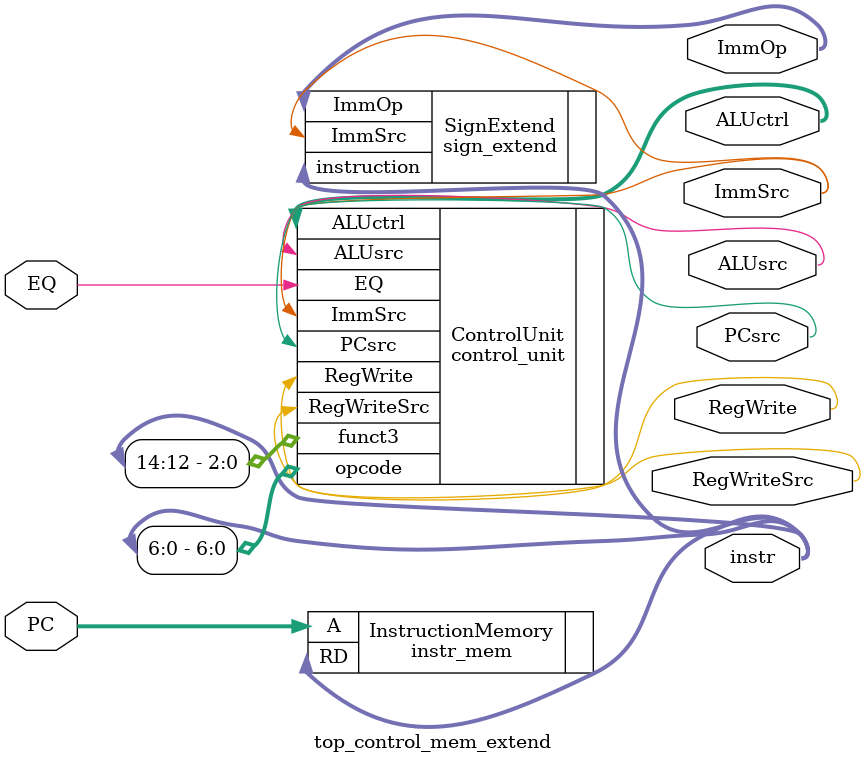
<source format=sv>
module top_control_mem_extend #(
    parameter WIDTH = 32
) (
    input wire [WIDTH-1:0] PC,
    input wire EQ,
    output logic[WIDTH-1:0] instr,
    output wire RegWrite,
    output wire[2:0] ALUctrl,
    output wire ALUsrc,
    output wire ImmSrc,
    output wire PCsrc,
    output logic RegWriteSrc,
    output wire [WIDTH-1:0] ImmOp

);

// Lower-level modules incorporated.

instr_mem InstructionMemory (
    .A (PC),
    .RD (instr)
);

control_unit ControlUnit (
    .EQ (EQ),
    .funct3(instr[14:12]),
    .opcode(instr[6:0]),
    .RegWrite (RegWrite),
    .ALUctrl (ALUctrl),
    .ALUsrc (ALUsrc),
    .ImmSrc (ImmSrc),
    .PCsrc (PCsrc),
    .RegWriteSrc (RegWriteSrc)
);

sign_extend SignExtend (
    .instruction (instr),
    .ImmSrc (ImmSrc),
    .ImmOp (ImmOp)
);
    
endmodule

</source>
